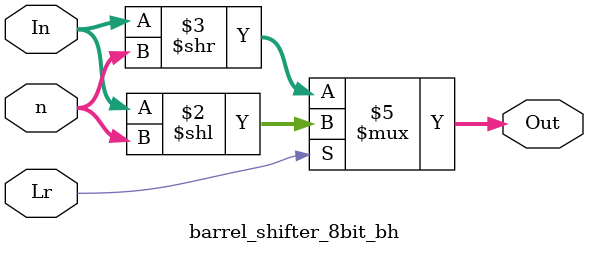
<source format=v>
module barrel_shifter_8bit_bh(Out, In, Lr, n);

input [7:0]In;
input [2:0]n; //How many bits to shift
input Lr; //Left(1) or Right(0)
output reg [7:0]Out;

always@(*) begin
        if(Lr)
            Out = In << n;
        else
            Out = In >> n;

end


endmodule
</source>
